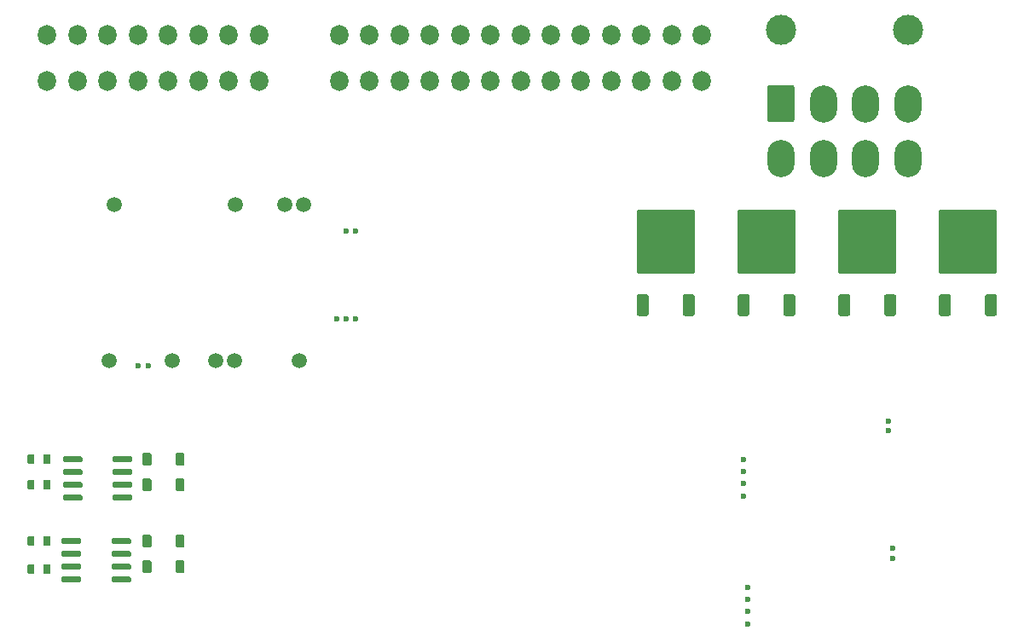
<source format=gts>
G04 #@! TF.GenerationSoftware,KiCad,Pcbnew,8.0.9-8.0.9-0~ubuntu24.04.1*
G04 #@! TF.CreationDate,2025-06-27T01:28:59+00:00*
G04 #@! TF.ProjectId,EP91Starlet,45503931-5374-4617-926c-65742e6b6963,rev?*
G04 #@! TF.SameCoordinates,Original*
G04 #@! TF.FileFunction,Soldermask,Top*
G04 #@! TF.FilePolarity,Negative*
%FSLAX46Y46*%
G04 Gerber Fmt 4.6, Leading zero omitted, Abs format (unit mm)*
G04 Created by KiCad (PCBNEW 8.0.9-8.0.9-0~ubuntu24.04.1) date 2025-06-27 01:28:59*
%MOMM*%
%LPD*%
G01*
G04 APERTURE LIST*
%ADD10O,1.800000X2.000000*%
%ADD11C,0.600000*%
%ADD12C,1.500000*%
%ADD13C,3.000000*%
%ADD14O,2.700000X3.700000*%
G04 APERTURE END LIST*
D10*
G04 #@! TO.C,U1*
X3288000Y92126000D03*
X6288000Y92126000D03*
X9288000Y92126000D03*
X12288000Y92126000D03*
X15288000Y92126000D03*
X18288000Y92126000D03*
X21288000Y92126000D03*
X24288000Y92126000D03*
X32288000Y92126000D03*
X35288000Y92126000D03*
X38288000Y92126000D03*
X41288000Y92126000D03*
X44288000Y92126000D03*
X47288000Y92126000D03*
X50288000Y92126000D03*
X53288000Y92126000D03*
X56288000Y92126000D03*
X59288000Y92126000D03*
X62288000Y92126000D03*
X65288000Y92126000D03*
X68288000Y92126000D03*
X68288000Y96626000D03*
X65288000Y96626000D03*
X62288000Y96626000D03*
X59288000Y96626000D03*
X56288000Y96626000D03*
X53288000Y96626000D03*
X50288000Y96626000D03*
X47288000Y96626000D03*
X44288000Y96626000D03*
X41288000Y96626000D03*
X38288000Y96626000D03*
X35288000Y96626000D03*
X32288000Y96626000D03*
X24288000Y96626000D03*
X21288000Y96626000D03*
X18288000Y96626000D03*
X15288000Y96626000D03*
X12288000Y96626000D03*
X9288000Y96626000D03*
X6288000Y96626000D03*
X3288000Y96626000D03*
G04 #@! TD*
G04 #@! TO.C,D1*
G36*
G01*
X16920000Y46916000D02*
X16920000Y45896000D01*
G75*
G02*
X16830000Y45806000I-90000J0D01*
G01*
X16110000Y45806000D01*
G75*
G02*
X16020000Y45896000I0J90000D01*
G01*
X16020000Y46916000D01*
G75*
G02*
X16110000Y47006000I90000J0D01*
G01*
X16830000Y47006000D01*
G75*
G02*
X16920000Y46916000I0J-90000D01*
G01*
G37*
G36*
G01*
X13620000Y46916000D02*
X13620000Y45896000D01*
G75*
G02*
X13530000Y45806000I-90000J0D01*
G01*
X12810000Y45806000D01*
G75*
G02*
X12720000Y45896000I0J90000D01*
G01*
X12720000Y46916000D01*
G75*
G02*
X12810000Y47006000I90000J0D01*
G01*
X13530000Y47006000D01*
G75*
G02*
X13620000Y46916000I0J-90000D01*
G01*
G37*
G04 #@! TD*
G04 #@! TO.C,U5*
G36*
G01*
X4829000Y54384000D02*
X4829000Y54684000D01*
G75*
G02*
X4979000Y54834000I150000J0D01*
G01*
X6629000Y54834000D01*
G75*
G02*
X6779000Y54684000I0J-150000D01*
G01*
X6779000Y54384000D01*
G75*
G02*
X6629000Y54234000I-150000J0D01*
G01*
X4979000Y54234000D01*
G75*
G02*
X4829000Y54384000I0J150000D01*
G01*
G37*
G36*
G01*
X4829000Y53114000D02*
X4829000Y53414000D01*
G75*
G02*
X4979000Y53564000I150000J0D01*
G01*
X6629000Y53564000D01*
G75*
G02*
X6779000Y53414000I0J-150000D01*
G01*
X6779000Y53114000D01*
G75*
G02*
X6629000Y52964000I-150000J0D01*
G01*
X4979000Y52964000D01*
G75*
G02*
X4829000Y53114000I0J150000D01*
G01*
G37*
G36*
G01*
X4829000Y51844000D02*
X4829000Y52144000D01*
G75*
G02*
X4979000Y52294000I150000J0D01*
G01*
X6629000Y52294000D01*
G75*
G02*
X6779000Y52144000I0J-150000D01*
G01*
X6779000Y51844000D01*
G75*
G02*
X6629000Y51694000I-150000J0D01*
G01*
X4979000Y51694000D01*
G75*
G02*
X4829000Y51844000I0J150000D01*
G01*
G37*
G36*
G01*
X4829000Y50574000D02*
X4829000Y50874000D01*
G75*
G02*
X4979000Y51024000I150000J0D01*
G01*
X6629000Y51024000D01*
G75*
G02*
X6779000Y50874000I0J-150000D01*
G01*
X6779000Y50574000D01*
G75*
G02*
X6629000Y50424000I-150000J0D01*
G01*
X4979000Y50424000D01*
G75*
G02*
X4829000Y50574000I0J150000D01*
G01*
G37*
G36*
G01*
X9779000Y50574000D02*
X9779000Y50874000D01*
G75*
G02*
X9929000Y51024000I150000J0D01*
G01*
X11579000Y51024000D01*
G75*
G02*
X11729000Y50874000I0J-150000D01*
G01*
X11729000Y50574000D01*
G75*
G02*
X11579000Y50424000I-150000J0D01*
G01*
X9929000Y50424000D01*
G75*
G02*
X9779000Y50574000I0J150000D01*
G01*
G37*
G36*
G01*
X9779000Y51844000D02*
X9779000Y52144000D01*
G75*
G02*
X9929000Y52294000I150000J0D01*
G01*
X11579000Y52294000D01*
G75*
G02*
X11729000Y52144000I0J-150000D01*
G01*
X11729000Y51844000D01*
G75*
G02*
X11579000Y51694000I-150000J0D01*
G01*
X9929000Y51694000D01*
G75*
G02*
X9779000Y51844000I0J150000D01*
G01*
G37*
G36*
G01*
X9779000Y53114000D02*
X9779000Y53414000D01*
G75*
G02*
X9929000Y53564000I150000J0D01*
G01*
X11579000Y53564000D01*
G75*
G02*
X11729000Y53414000I0J-150000D01*
G01*
X11729000Y53114000D01*
G75*
G02*
X11579000Y52964000I-150000J0D01*
G01*
X9929000Y52964000D01*
G75*
G02*
X9779000Y53114000I0J150000D01*
G01*
G37*
G36*
G01*
X9779000Y54384000D02*
X9779000Y54684000D01*
G75*
G02*
X9929000Y54834000I150000J0D01*
G01*
X11579000Y54834000D01*
G75*
G02*
X11729000Y54684000I0J-150000D01*
G01*
X11729000Y54384000D01*
G75*
G02*
X11579000Y54234000I-150000J0D01*
G01*
X9929000Y54234000D01*
G75*
G02*
X9779000Y54384000I0J150000D01*
G01*
G37*
G04 #@! TD*
D11*
G04 #@! TO.C,M3*
X33906000Y68472000D03*
X32956000Y68472000D03*
X32006002Y68472000D03*
X33006000Y77172000D03*
X33906000Y77172000D03*
G04 #@! TD*
G04 #@! TO.C,Q2*
G36*
G01*
X82774000Y68724000D02*
X82074000Y68724000D01*
G75*
G02*
X81824000Y68974000I0J250000D01*
G01*
X81824000Y70674000D01*
G75*
G02*
X82074000Y70924000I250000J0D01*
G01*
X82774000Y70924000D01*
G75*
G02*
X83024000Y70674000I0J-250000D01*
G01*
X83024000Y68974000D01*
G75*
G02*
X82774000Y68724000I-250000J0D01*
G01*
G37*
G36*
G01*
X87354003Y72924000D02*
X82053997Y72924000D01*
G75*
G02*
X81804000Y73173997I0J249997D01*
G01*
X81804000Y79074003D01*
G75*
G02*
X82053997Y79324000I249997J0D01*
G01*
X87354003Y79324000D01*
G75*
G02*
X87604000Y79074003I0J-249997D01*
G01*
X87604000Y73173997D01*
G75*
G02*
X87354003Y72924000I-249997J0D01*
G01*
G37*
G36*
G01*
X87334000Y68724000D02*
X86634000Y68724000D01*
G75*
G02*
X86384000Y68974000I0J250000D01*
G01*
X86384000Y70674000D01*
G75*
G02*
X86634000Y70924000I250000J0D01*
G01*
X87334000Y70924000D01*
G75*
G02*
X87584000Y70674000I0J-250000D01*
G01*
X87584000Y68974000D01*
G75*
G02*
X87334000Y68724000I-250000J0D01*
G01*
G37*
G04 #@! TD*
G04 #@! TO.C,R5*
G36*
G01*
X1314000Y51604000D02*
X1314000Y52384000D01*
G75*
G02*
X1384000Y52454000I70000J0D01*
G01*
X1944000Y52454000D01*
G75*
G02*
X2014000Y52384000I0J-70000D01*
G01*
X2014000Y51604000D01*
G75*
G02*
X1944000Y51534000I-70000J0D01*
G01*
X1384000Y51534000D01*
G75*
G02*
X1314000Y51604000I0J70000D01*
G01*
G37*
G36*
G01*
X2914000Y51604000D02*
X2914000Y52384000D01*
G75*
G02*
X2984000Y52454000I70000J0D01*
G01*
X3544000Y52454000D01*
G75*
G02*
X3614000Y52384000I0J-70000D01*
G01*
X3614000Y51604000D01*
G75*
G02*
X3544000Y51534000I-70000J0D01*
G01*
X2984000Y51534000D01*
G75*
G02*
X2914000Y51604000I0J70000D01*
G01*
G37*
G04 #@! TD*
G04 #@! TO.C,D2*
G36*
G01*
X16920000Y44376000D02*
X16920000Y43356000D01*
G75*
G02*
X16830000Y43266000I-90000J0D01*
G01*
X16110000Y43266000D01*
G75*
G02*
X16020000Y43356000I0J90000D01*
G01*
X16020000Y44376000D01*
G75*
G02*
X16110000Y44466000I90000J0D01*
G01*
X16830000Y44466000D01*
G75*
G02*
X16920000Y44376000I0J-90000D01*
G01*
G37*
G36*
G01*
X13620000Y44376000D02*
X13620000Y43356000D01*
G75*
G02*
X13530000Y43266000I-90000J0D01*
G01*
X12810000Y43266000D01*
G75*
G02*
X12720000Y43356000I0J90000D01*
G01*
X12720000Y44376000D01*
G75*
G02*
X12810000Y44466000I90000J0D01*
G01*
X13530000Y44466000D01*
G75*
G02*
X13620000Y44376000I0J-90000D01*
G01*
G37*
G04 #@! TD*
G04 #@! TO.C,R8*
G36*
G01*
X1314000Y46016000D02*
X1314000Y46796000D01*
G75*
G02*
X1384000Y46866000I70000J0D01*
G01*
X1944000Y46866000D01*
G75*
G02*
X2014000Y46796000I0J-70000D01*
G01*
X2014000Y46016000D01*
G75*
G02*
X1944000Y45946000I-70000J0D01*
G01*
X1384000Y45946000D01*
G75*
G02*
X1314000Y46016000I0J70000D01*
G01*
G37*
G36*
G01*
X2914000Y46016000D02*
X2914000Y46796000D01*
G75*
G02*
X2984000Y46866000I70000J0D01*
G01*
X3544000Y46866000D01*
G75*
G02*
X3614000Y46796000I0J-70000D01*
G01*
X3614000Y46016000D01*
G75*
G02*
X3544000Y45946000I-70000J0D01*
G01*
X2984000Y45946000D01*
G75*
G02*
X2914000Y46016000I0J70000D01*
G01*
G37*
G04 #@! TD*
G04 #@! TO.C,Q3*
G36*
G01*
X72774000Y68724000D02*
X72074000Y68724000D01*
G75*
G02*
X71824000Y68974000I0J250000D01*
G01*
X71824000Y70674000D01*
G75*
G02*
X72074000Y70924000I250000J0D01*
G01*
X72774000Y70924000D01*
G75*
G02*
X73024000Y70674000I0J-250000D01*
G01*
X73024000Y68974000D01*
G75*
G02*
X72774000Y68724000I-250000J0D01*
G01*
G37*
G36*
G01*
X77354003Y72924000D02*
X72053997Y72924000D01*
G75*
G02*
X71804000Y73173997I0J249997D01*
G01*
X71804000Y79074003D01*
G75*
G02*
X72053997Y79324000I249997J0D01*
G01*
X77354003Y79324000D01*
G75*
G02*
X77604000Y79074003I0J-249997D01*
G01*
X77604000Y73173997D01*
G75*
G02*
X77354003Y72924000I-249997J0D01*
G01*
G37*
G36*
G01*
X77334000Y68724000D02*
X76634000Y68724000D01*
G75*
G02*
X76384000Y68974000I0J250000D01*
G01*
X76384000Y70674000D01*
G75*
G02*
X76634000Y70924000I250000J0D01*
G01*
X77334000Y70924000D01*
G75*
G02*
X77584000Y70674000I0J-250000D01*
G01*
X77584000Y68974000D01*
G75*
G02*
X77334000Y68724000I-250000J0D01*
G01*
G37*
G04 #@! TD*
G04 #@! TO.C,R6*
G36*
G01*
X1314000Y43222000D02*
X1314000Y44002000D01*
G75*
G02*
X1384000Y44072000I70000J0D01*
G01*
X1944000Y44072000D01*
G75*
G02*
X2014000Y44002000I0J-70000D01*
G01*
X2014000Y43222000D01*
G75*
G02*
X1944000Y43152000I-70000J0D01*
G01*
X1384000Y43152000D01*
G75*
G02*
X1314000Y43222000I0J70000D01*
G01*
G37*
G36*
G01*
X2914000Y43222000D02*
X2914000Y44002000D01*
G75*
G02*
X2984000Y44072000I70000J0D01*
G01*
X3544000Y44072000D01*
G75*
G02*
X3614000Y44002000I0J-70000D01*
G01*
X3614000Y43222000D01*
G75*
G02*
X3544000Y43152000I-70000J0D01*
G01*
X2984000Y43152000D01*
G75*
G02*
X2914000Y43222000I0J70000D01*
G01*
G37*
G04 #@! TD*
G04 #@! TO.C,R7*
G36*
G01*
X1314000Y54144000D02*
X1314000Y54924000D01*
G75*
G02*
X1384000Y54994000I70000J0D01*
G01*
X1944000Y54994000D01*
G75*
G02*
X2014000Y54924000I0J-70000D01*
G01*
X2014000Y54144000D01*
G75*
G02*
X1944000Y54074000I-70000J0D01*
G01*
X1384000Y54074000D01*
G75*
G02*
X1314000Y54144000I0J70000D01*
G01*
G37*
G36*
G01*
X2914000Y54144000D02*
X2914000Y54924000D01*
G75*
G02*
X2984000Y54994000I70000J0D01*
G01*
X3544000Y54994000D01*
G75*
G02*
X3614000Y54924000I0J-70000D01*
G01*
X3614000Y54144000D01*
G75*
G02*
X3544000Y54074000I-70000J0D01*
G01*
X2984000Y54074000D01*
G75*
G02*
X2914000Y54144000I0J70000D01*
G01*
G37*
G04 #@! TD*
G04 #@! TO.C,Q1*
G36*
G01*
X92774000Y68724000D02*
X92074000Y68724000D01*
G75*
G02*
X91824000Y68974000I0J250000D01*
G01*
X91824000Y70674000D01*
G75*
G02*
X92074000Y70924000I250000J0D01*
G01*
X92774000Y70924000D01*
G75*
G02*
X93024000Y70674000I0J-250000D01*
G01*
X93024000Y68974000D01*
G75*
G02*
X92774000Y68724000I-250000J0D01*
G01*
G37*
G36*
G01*
X97354003Y72924000D02*
X92053997Y72924000D01*
G75*
G02*
X91804000Y73173997I0J249997D01*
G01*
X91804000Y79074003D01*
G75*
G02*
X92053997Y79324000I249997J0D01*
G01*
X97354003Y79324000D01*
G75*
G02*
X97604000Y79074003I0J-249997D01*
G01*
X97604000Y73173997D01*
G75*
G02*
X97354003Y72924000I-249997J0D01*
G01*
G37*
G36*
G01*
X97334000Y68724000D02*
X96634000Y68724000D01*
G75*
G02*
X96384000Y68974000I0J250000D01*
G01*
X96384000Y70674000D01*
G75*
G02*
X96634000Y70924000I250000J0D01*
G01*
X97334000Y70924000D01*
G75*
G02*
X97584000Y70674000I0J-250000D01*
G01*
X97584000Y68974000D01*
G75*
G02*
X97334000Y68724000I-250000J0D01*
G01*
G37*
G04 #@! TD*
D12*
G04 #@! TO.C,M6*
X28302000Y64292004D03*
X21902003Y64292004D03*
X20002000Y64292004D03*
X15702000Y64292004D03*
D11*
X13302003Y63842005D03*
X12302002Y63842005D03*
D12*
X9452000Y64292004D03*
X28752002Y79792001D03*
X26902003Y79792001D03*
X21952000Y79792001D03*
X9902002Y79792001D03*
G04 #@! TD*
G04 #@! TO.C,U4*
G36*
G01*
X4705000Y46256000D02*
X4705000Y46556000D01*
G75*
G02*
X4855000Y46706000I150000J0D01*
G01*
X6505000Y46706000D01*
G75*
G02*
X6655000Y46556000I0J-150000D01*
G01*
X6655000Y46256000D01*
G75*
G02*
X6505000Y46106000I-150000J0D01*
G01*
X4855000Y46106000D01*
G75*
G02*
X4705000Y46256000I0J150000D01*
G01*
G37*
G36*
G01*
X4705000Y44986000D02*
X4705000Y45286000D01*
G75*
G02*
X4855000Y45436000I150000J0D01*
G01*
X6505000Y45436000D01*
G75*
G02*
X6655000Y45286000I0J-150000D01*
G01*
X6655000Y44986000D01*
G75*
G02*
X6505000Y44836000I-150000J0D01*
G01*
X4855000Y44836000D01*
G75*
G02*
X4705000Y44986000I0J150000D01*
G01*
G37*
G36*
G01*
X4705000Y43716000D02*
X4705000Y44016000D01*
G75*
G02*
X4855000Y44166000I150000J0D01*
G01*
X6505000Y44166000D01*
G75*
G02*
X6655000Y44016000I0J-150000D01*
G01*
X6655000Y43716000D01*
G75*
G02*
X6505000Y43566000I-150000J0D01*
G01*
X4855000Y43566000D01*
G75*
G02*
X4705000Y43716000I0J150000D01*
G01*
G37*
G36*
G01*
X4705000Y42446000D02*
X4705000Y42746000D01*
G75*
G02*
X4855000Y42896000I150000J0D01*
G01*
X6505000Y42896000D01*
G75*
G02*
X6655000Y42746000I0J-150000D01*
G01*
X6655000Y42446000D01*
G75*
G02*
X6505000Y42296000I-150000J0D01*
G01*
X4855000Y42296000D01*
G75*
G02*
X4705000Y42446000I0J150000D01*
G01*
G37*
G36*
G01*
X9655000Y42446000D02*
X9655000Y42746000D01*
G75*
G02*
X9805000Y42896000I150000J0D01*
G01*
X11455000Y42896000D01*
G75*
G02*
X11605000Y42746000I0J-150000D01*
G01*
X11605000Y42446000D01*
G75*
G02*
X11455000Y42296000I-150000J0D01*
G01*
X9805000Y42296000D01*
G75*
G02*
X9655000Y42446000I0J150000D01*
G01*
G37*
G36*
G01*
X9655000Y43716000D02*
X9655000Y44016000D01*
G75*
G02*
X9805000Y44166000I150000J0D01*
G01*
X11455000Y44166000D01*
G75*
G02*
X11605000Y44016000I0J-150000D01*
G01*
X11605000Y43716000D01*
G75*
G02*
X11455000Y43566000I-150000J0D01*
G01*
X9805000Y43566000D01*
G75*
G02*
X9655000Y43716000I0J150000D01*
G01*
G37*
G36*
G01*
X9655000Y44986000D02*
X9655000Y45286000D01*
G75*
G02*
X9805000Y45436000I150000J0D01*
G01*
X11455000Y45436000D01*
G75*
G02*
X11605000Y45286000I0J-150000D01*
G01*
X11605000Y44986000D01*
G75*
G02*
X11455000Y44836000I-150000J0D01*
G01*
X9805000Y44836000D01*
G75*
G02*
X9655000Y44986000I0J150000D01*
G01*
G37*
G36*
G01*
X9655000Y46256000D02*
X9655000Y46556000D01*
G75*
G02*
X9805000Y46706000I150000J0D01*
G01*
X11455000Y46706000D01*
G75*
G02*
X11605000Y46556000I0J-150000D01*
G01*
X11605000Y46256000D01*
G75*
G02*
X11455000Y46106000I-150000J0D01*
G01*
X9805000Y46106000D01*
G75*
G02*
X9655000Y46256000I0J150000D01*
G01*
G37*
G04 #@! TD*
D13*
G04 #@! TO.C,J1*
X76144000Y97140000D03*
X88744000Y97140000D03*
G36*
G01*
X74794000Y88240001D02*
X74794000Y91439999D01*
G75*
G02*
X75044001Y91690000I250001J0D01*
G01*
X77243999Y91690000D01*
G75*
G02*
X77494000Y91439999I0J-250001D01*
G01*
X77494000Y88240001D01*
G75*
G02*
X77243999Y87990000I-250001J0D01*
G01*
X75044001Y87990000D01*
G75*
G02*
X74794000Y88240001I0J250001D01*
G01*
G37*
D14*
X80344000Y89840000D03*
X84544000Y89840000D03*
X88744000Y89840000D03*
X76144000Y84340000D03*
X80344000Y84340000D03*
X84544000Y84340000D03*
X88744000Y84340000D03*
G04 #@! TD*
G04 #@! TO.C,D3*
G36*
G01*
X16920000Y55044000D02*
X16920000Y54024000D01*
G75*
G02*
X16830000Y53934000I-90000J0D01*
G01*
X16110000Y53934000D01*
G75*
G02*
X16020000Y54024000I0J90000D01*
G01*
X16020000Y55044000D01*
G75*
G02*
X16110000Y55134000I90000J0D01*
G01*
X16830000Y55134000D01*
G75*
G02*
X16920000Y55044000I0J-90000D01*
G01*
G37*
G36*
G01*
X13620000Y55044000D02*
X13620000Y54024000D01*
G75*
G02*
X13530000Y53934000I-90000J0D01*
G01*
X12810000Y53934000D01*
G75*
G02*
X12720000Y54024000I0J90000D01*
G01*
X12720000Y55044000D01*
G75*
G02*
X12810000Y55134000I90000J0D01*
G01*
X13530000Y55134000D01*
G75*
G02*
X13620000Y55044000I0J-90000D01*
G01*
G37*
G04 #@! TD*
D11*
G04 #@! TO.C,M5*
X72806000Y40594500D03*
X72806000Y41794500D03*
X72806000Y39394500D03*
X72806000Y38194500D03*
X87231000Y44654500D03*
X87231000Y45654500D03*
G04 #@! TD*
G04 #@! TO.C,D4*
G36*
G01*
X16920000Y52504000D02*
X16920000Y51484000D01*
G75*
G02*
X16830000Y51394000I-90000J0D01*
G01*
X16110000Y51394000D01*
G75*
G02*
X16020000Y51484000I0J90000D01*
G01*
X16020000Y52504000D01*
G75*
G02*
X16110000Y52594000I90000J0D01*
G01*
X16830000Y52594000D01*
G75*
G02*
X16920000Y52504000I0J-90000D01*
G01*
G37*
G36*
G01*
X13620000Y52504000D02*
X13620000Y51484000D01*
G75*
G02*
X13530000Y51394000I-90000J0D01*
G01*
X12810000Y51394000D01*
G75*
G02*
X12720000Y51484000I0J90000D01*
G01*
X12720000Y52504000D01*
G75*
G02*
X12810000Y52594000I90000J0D01*
G01*
X13530000Y52594000D01*
G75*
G02*
X13620000Y52504000I0J-90000D01*
G01*
G37*
G04 #@! TD*
G04 #@! TO.C,M1*
X72405000Y53284000D03*
X72405000Y54484000D03*
X72405000Y52084000D03*
X72405000Y50884000D03*
X86830000Y57344000D03*
X86830000Y58344000D03*
G04 #@! TD*
G04 #@! TO.C,Q4*
G36*
G01*
X62774000Y68724000D02*
X62074000Y68724000D01*
G75*
G02*
X61824000Y68974000I0J250000D01*
G01*
X61824000Y70674000D01*
G75*
G02*
X62074000Y70924000I250000J0D01*
G01*
X62774000Y70924000D01*
G75*
G02*
X63024000Y70674000I0J-250000D01*
G01*
X63024000Y68974000D01*
G75*
G02*
X62774000Y68724000I-250000J0D01*
G01*
G37*
G36*
G01*
X67354003Y72924000D02*
X62053997Y72924000D01*
G75*
G02*
X61804000Y73173997I0J249997D01*
G01*
X61804000Y79074003D01*
G75*
G02*
X62053997Y79324000I249997J0D01*
G01*
X67354003Y79324000D01*
G75*
G02*
X67604000Y79074003I0J-249997D01*
G01*
X67604000Y73173997D01*
G75*
G02*
X67354003Y72924000I-249997J0D01*
G01*
G37*
G36*
G01*
X67334000Y68724000D02*
X66634000Y68724000D01*
G75*
G02*
X66384000Y68974000I0J250000D01*
G01*
X66384000Y70674000D01*
G75*
G02*
X66634000Y70924000I250000J0D01*
G01*
X67334000Y70924000D01*
G75*
G02*
X67584000Y70674000I0J-250000D01*
G01*
X67584000Y68974000D01*
G75*
G02*
X67334000Y68724000I-250000J0D01*
G01*
G37*
G04 #@! TD*
M02*

</source>
